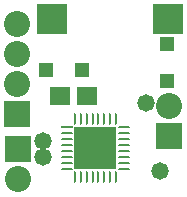
<source format=gts>
G04*
G04 #@! TF.GenerationSoftware,Altium Limited,Altium Designer,22.6.1 (34)*
G04*
G04 Layer_Color=8388736*
%FSLAX44Y44*%
%MOMM*%
G71*
G04*
G04 #@! TF.SameCoordinates,45B2D7D6-BFBB-4C38-AB1A-0C575AC83147*
G04*
G04*
G04 #@! TF.FilePolarity,Negative*
G04*
G01*
G75*
G04:AMPARAMS|DCode=15|XSize=0.2425mm|YSize=1.0096mm|CornerRadius=0.1212mm|HoleSize=0mm|Usage=FLASHONLY|Rotation=0.000|XOffset=0mm|YOffset=0mm|HoleType=Round|Shape=RoundedRectangle|*
%AMROUNDEDRECTD15*
21,1,0.2425,0.7672,0,0,0.0*
21,1,0.0000,1.0096,0,0,0.0*
1,1,0.2425,0.0000,-0.3836*
1,1,0.2425,0.0000,-0.3836*
1,1,0.2425,0.0000,0.3836*
1,1,0.2425,0.0000,0.3836*
%
%ADD15ROUNDEDRECTD15*%
G04:AMPARAMS|DCode=16|XSize=1.0096mm|YSize=0.2425mm|CornerRadius=0.1212mm|HoleSize=0mm|Usage=FLASHONLY|Rotation=0.000|XOffset=0mm|YOffset=0mm|HoleType=Round|Shape=RoundedRectangle|*
%AMROUNDEDRECTD16*
21,1,1.0096,0.0000,0,0,0.0*
21,1,0.7672,0.2425,0,0,0.0*
1,1,0.2425,0.3836,0.0000*
1,1,0.2425,-0.3836,0.0000*
1,1,0.2425,-0.3836,0.0000*
1,1,0.2425,0.3836,0.0000*
%
%ADD16ROUNDEDRECTD16*%
%ADD17R,1.0096X0.2425*%
%ADD21R,3.5500X3.5500*%
%ADD22R,1.3032X1.2032*%
%ADD23R,1.2032X1.3032*%
%ADD24R,1.7272X1.6256*%
%ADD25R,2.5032X2.5032*%
%ADD26R,2.2032X2.2032*%
%ADD27C,2.2032*%
%ADD28C,1.4732*%
D15*
X886740Y747142D02*
D03*
X891740D02*
D03*
X896740D02*
D03*
X901740D02*
D03*
X906740D02*
D03*
X911740D02*
D03*
X916740D02*
D03*
X921740D02*
D03*
Y698118D02*
D03*
X916740D02*
D03*
X911740D02*
D03*
X906740D02*
D03*
X901740D02*
D03*
X896740D02*
D03*
X891740D02*
D03*
X886740D02*
D03*
D16*
X928753Y740130D02*
D03*
Y735130D02*
D03*
Y730130D02*
D03*
Y725130D02*
D03*
Y720130D02*
D03*
Y715130D02*
D03*
Y710130D02*
D03*
Y705130D02*
D03*
X879727D02*
D03*
Y710130D02*
D03*
Y715130D02*
D03*
Y720130D02*
D03*
Y725130D02*
D03*
Y730130D02*
D03*
Y735130D02*
D03*
D17*
Y740130D02*
D03*
D21*
X904240Y722630D02*
D03*
D22*
X965200Y810520D02*
D03*
Y779520D02*
D03*
D23*
X893070Y788670D02*
D03*
X862070D02*
D03*
D24*
X874570Y767000D02*
D03*
X897430D02*
D03*
D25*
X867410Y831850D02*
D03*
X965410D02*
D03*
D26*
X966470Y732790D02*
D03*
X838694Y721656D02*
D03*
X838200Y751840D02*
D03*
D27*
X966470Y758190D02*
D03*
X838694Y696256D02*
D03*
X838200Y828040D02*
D03*
Y802640D02*
D03*
Y777240D02*
D03*
D28*
X896000Y719000D02*
D03*
X947420Y760730D02*
D03*
X859790Y728980D02*
D03*
Y715010D02*
D03*
X958850Y703580D02*
D03*
M02*

</source>
